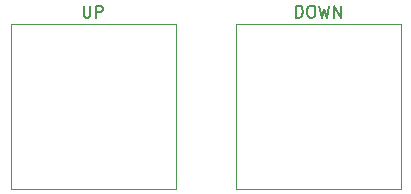
<source format=gbr>
%TF.GenerationSoftware,KiCad,Pcbnew,(7.0.0)*%
%TF.CreationDate,2023-02-21T01:36:48-05:00*%
%TF.ProjectId,Desk Panel,4465736b-2050-4616-9e65-6c2e6b696361,rev?*%
%TF.SameCoordinates,Original*%
%TF.FileFunction,Legend,Top*%
%TF.FilePolarity,Positive*%
%FSLAX46Y46*%
G04 Gerber Fmt 4.6, Leading zero omitted, Abs format (unit mm)*
G04 Created by KiCad (PCBNEW (7.0.0)) date 2023-02-21 01:36:48*
%MOMM*%
%LPD*%
G01*
G04 APERTURE LIST*
%ADD10C,0.150000*%
%ADD11C,0.120000*%
G04 APERTURE END LIST*
D10*
%TO.C,DOWN*%
X152319048Y-92043380D02*
X152319048Y-91043380D01*
X152319048Y-91043380D02*
X152557143Y-91043380D01*
X152557143Y-91043380D02*
X152700000Y-91091000D01*
X152700000Y-91091000D02*
X152795238Y-91186238D01*
X152795238Y-91186238D02*
X152842857Y-91281476D01*
X152842857Y-91281476D02*
X152890476Y-91471952D01*
X152890476Y-91471952D02*
X152890476Y-91614809D01*
X152890476Y-91614809D02*
X152842857Y-91805285D01*
X152842857Y-91805285D02*
X152795238Y-91900523D01*
X152795238Y-91900523D02*
X152700000Y-91995761D01*
X152700000Y-91995761D02*
X152557143Y-92043380D01*
X152557143Y-92043380D02*
X152319048Y-92043380D01*
X153509524Y-91043380D02*
X153700000Y-91043380D01*
X153700000Y-91043380D02*
X153795238Y-91091000D01*
X153795238Y-91091000D02*
X153890476Y-91186238D01*
X153890476Y-91186238D02*
X153938095Y-91376714D01*
X153938095Y-91376714D02*
X153938095Y-91710047D01*
X153938095Y-91710047D02*
X153890476Y-91900523D01*
X153890476Y-91900523D02*
X153795238Y-91995761D01*
X153795238Y-91995761D02*
X153700000Y-92043380D01*
X153700000Y-92043380D02*
X153509524Y-92043380D01*
X153509524Y-92043380D02*
X153414286Y-91995761D01*
X153414286Y-91995761D02*
X153319048Y-91900523D01*
X153319048Y-91900523D02*
X153271429Y-91710047D01*
X153271429Y-91710047D02*
X153271429Y-91376714D01*
X153271429Y-91376714D02*
X153319048Y-91186238D01*
X153319048Y-91186238D02*
X153414286Y-91091000D01*
X153414286Y-91091000D02*
X153509524Y-91043380D01*
X154271429Y-91043380D02*
X154509524Y-92043380D01*
X154509524Y-92043380D02*
X154700000Y-91329095D01*
X154700000Y-91329095D02*
X154890476Y-92043380D01*
X154890476Y-92043380D02*
X155128572Y-91043380D01*
X155509524Y-92043380D02*
X155509524Y-91043380D01*
X155509524Y-91043380D02*
X156080952Y-92043380D01*
X156080952Y-92043380D02*
X156080952Y-91043380D01*
%TO.C,*%
%TO.C,UP*%
X134334286Y-91043380D02*
X134334286Y-91852904D01*
X134334286Y-91852904D02*
X134381905Y-91948142D01*
X134381905Y-91948142D02*
X134429524Y-91995761D01*
X134429524Y-91995761D02*
X134524762Y-92043380D01*
X134524762Y-92043380D02*
X134715238Y-92043380D01*
X134715238Y-92043380D02*
X134810476Y-91995761D01*
X134810476Y-91995761D02*
X134858095Y-91948142D01*
X134858095Y-91948142D02*
X134905714Y-91852904D01*
X134905714Y-91852904D02*
X134905714Y-91043380D01*
X135381905Y-92043380D02*
X135381905Y-91043380D01*
X135381905Y-91043380D02*
X135762857Y-91043380D01*
X135762857Y-91043380D02*
X135858095Y-91091000D01*
X135858095Y-91091000D02*
X135905714Y-91138619D01*
X135905714Y-91138619D02*
X135953333Y-91233857D01*
X135953333Y-91233857D02*
X135953333Y-91376714D01*
X135953333Y-91376714D02*
X135905714Y-91471952D01*
X135905714Y-91471952D02*
X135858095Y-91519571D01*
X135858095Y-91519571D02*
X135762857Y-91567190D01*
X135762857Y-91567190D02*
X135381905Y-91567190D01*
%TO.C,*%
D11*
%TO.C,DOWN*%
X147215000Y-92565000D02*
X161185000Y-92565000D01*
X147215000Y-106535000D02*
X147215000Y-92565000D01*
X161185000Y-92565000D02*
X161185000Y-106535000D01*
X161185000Y-106535000D02*
X147215000Y-106535000D01*
%TO.C,UP*%
X128135000Y-92565000D02*
X142105000Y-92565000D01*
X128135000Y-106535000D02*
X128135000Y-92565000D01*
X142105000Y-92565000D02*
X142105000Y-106535000D01*
X142105000Y-106535000D02*
X128135000Y-106535000D01*
%TD*%
M02*

</source>
